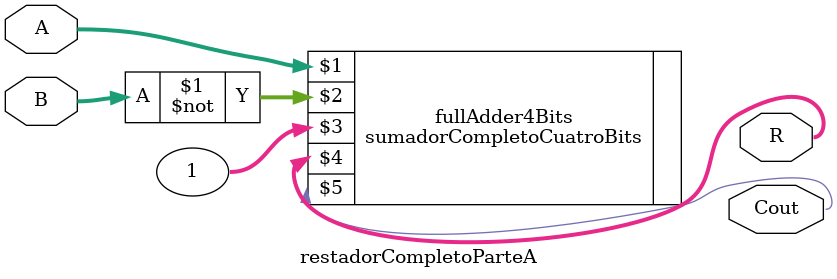
<source format=sv>
module restadorCompletoParteA(input logic [3:0]A,B, 		  
		  output logic [3:0]R,
		  output logic 	  Cout);
		
	

	sumadorCompletoCuatroBits fullAdder4Bits(A, ~B, 1, R, Cout);
	
endmodule
</source>
